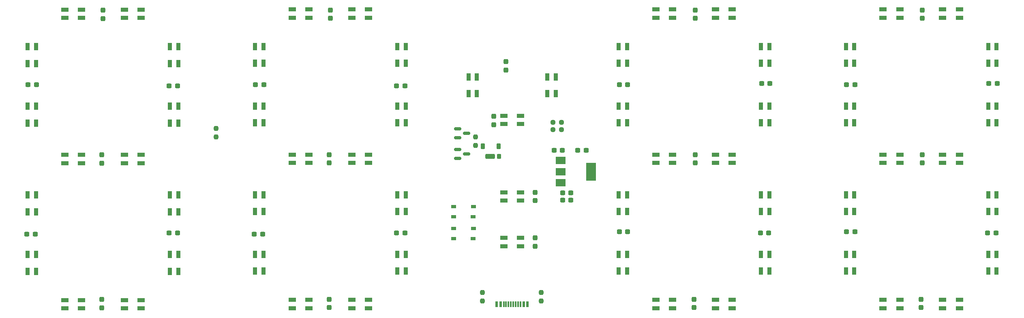
<source format=gbr>
%TF.GenerationSoftware,KiCad,Pcbnew,7.0.1*%
%TF.CreationDate,2023-07-22T19:51:59+09:00*%
%TF.ProjectId,gaming-clock,67616d69-6e67-42d6-936c-6f636b2e6b69,rev?*%
%TF.SameCoordinates,Original*%
%TF.FileFunction,Paste,Top*%
%TF.FilePolarity,Positive*%
%FSLAX46Y46*%
G04 Gerber Fmt 4.6, Leading zero omitted, Abs format (unit mm)*
G04 Created by KiCad (PCBNEW 7.0.1) date 2023-07-22 19:51:59*
%MOMM*%
%LPD*%
G01*
G04 APERTURE LIST*
G04 Aperture macros list*
%AMRoundRect*
0 Rectangle with rounded corners*
0 $1 Rounding radius*
0 $2 $3 $4 $5 $6 $7 $8 $9 X,Y pos of 4 corners*
0 Add a 4 corners polygon primitive as box body*
4,1,4,$2,$3,$4,$5,$6,$7,$8,$9,$2,$3,0*
0 Add four circle primitives for the rounded corners*
1,1,$1+$1,$2,$3*
1,1,$1+$1,$4,$5*
1,1,$1+$1,$6,$7*
1,1,$1+$1,$8,$9*
0 Add four rect primitives between the rounded corners*
20,1,$1+$1,$2,$3,$4,$5,0*
20,1,$1+$1,$4,$5,$6,$7,0*
20,1,$1+$1,$6,$7,$8,$9,0*
20,1,$1+$1,$8,$9,$2,$3,0*%
G04 Aperture macros list end*
%ADD10RoundRect,0.237500X-0.237500X0.250000X-0.237500X-0.250000X0.237500X-0.250000X0.237500X0.250000X0*%
%ADD11R,0.600000X1.240000*%
%ADD12R,0.300000X1.240000*%
%ADD13RoundRect,0.237500X0.300000X0.237500X-0.300000X0.237500X-0.300000X-0.237500X0.300000X-0.237500X0*%
%ADD14RoundRect,0.237500X0.237500X-0.300000X0.237500X0.300000X-0.237500X0.300000X-0.237500X-0.300000X0*%
%ADD15RoundRect,0.150000X-0.587500X-0.150000X0.587500X-0.150000X0.587500X0.150000X-0.587500X0.150000X0*%
%ADD16R,0.850000X1.600000*%
%ADD17RoundRect,0.237500X-0.237500X0.300000X-0.237500X-0.300000X0.237500X-0.300000X0.237500X0.300000X0*%
%ADD18R,1.600000X0.850000*%
%ADD19RoundRect,0.237500X-0.300000X-0.237500X0.300000X-0.237500X0.300000X0.237500X-0.300000X0.237500X0*%
%ADD20RoundRect,0.250000X0.750000X0.300000X-0.750000X0.300000X-0.750000X-0.300000X0.750000X-0.300000X0*%
%ADD21RoundRect,0.200000X0.200000X0.350000X-0.200000X0.350000X-0.200000X-0.350000X0.200000X-0.350000X0*%
%ADD22RoundRect,0.237500X0.237500X-0.250000X0.237500X0.250000X-0.237500X0.250000X-0.237500X-0.250000X0*%
%ADD23R,2.000000X1.500000*%
%ADD24R,2.000000X3.800000*%
%ADD25R,1.050000X0.650000*%
%ADD26RoundRect,0.237500X0.250000X0.237500X-0.250000X0.237500X-0.250000X-0.237500X0.250000X-0.237500X0*%
%ADD27RoundRect,0.225000X-0.225000X-0.375000X0.225000X-0.375000X0.225000X0.375000X-0.225000X0.375000X0*%
G04 APERTURE END LIST*
D10*
%TO.C,R2*%
X164592000Y-121642500D03*
X164592000Y-123467500D03*
%TD*%
%TO.C,R1*%
X176911000Y-121642500D03*
X176911000Y-123467500D03*
%TD*%
D11*
%TO.C,J1*%
X174015000Y-124121000D03*
X173215000Y-124121000D03*
D12*
X172565000Y-124121000D03*
X171565000Y-124121000D03*
X170065000Y-124121000D03*
X169065000Y-124121000D03*
D11*
X168415000Y-124121000D03*
X167615000Y-124121000D03*
X167615000Y-124121000D03*
X168415000Y-124121000D03*
D12*
X169565000Y-124121000D03*
X170565000Y-124121000D03*
X171065000Y-124121000D03*
X172065000Y-124121000D03*
D11*
X173215000Y-124121000D03*
X174015000Y-124121000D03*
%TD*%
D13*
%TO.C,C501*%
X71220500Y-109500500D03*
X69495500Y-109500500D03*
%TD*%
%TO.C,C302*%
X224396500Y-109220000D03*
X222671500Y-109220000D03*
%TD*%
D14*
%TO.C,C204*%
X256512000Y-64348500D03*
X256512000Y-62623500D03*
%TD*%
D15*
%TO.C,Q2*%
X159463500Y-87442000D03*
X159463500Y-89342000D03*
X161338500Y-88392000D03*
%TD*%
D16*
%TO.C,D401*%
X117108000Y-73759000D03*
X118858000Y-73759000D03*
X118858000Y-70259000D03*
X117108000Y-70259000D03*
%TD*%
%TO.C,D311*%
X193068000Y-117193000D03*
X194818000Y-117193000D03*
X194818000Y-113693000D03*
X193068000Y-113693000D03*
%TD*%
D13*
%TO.C,C507*%
X100938500Y-78512500D03*
X99213500Y-78512500D03*
%TD*%
D16*
%TO.C,D414*%
X146826000Y-117193000D03*
X148576000Y-117193000D03*
X148576000Y-113693000D03*
X146826000Y-113693000D03*
%TD*%
%TO.C,D214*%
X242274000Y-70245000D03*
X240524000Y-70245000D03*
X240524000Y-73745000D03*
X242274000Y-73745000D03*
%TD*%
%TO.C,D301*%
X224536000Y-113693000D03*
X222786000Y-113693000D03*
X222786000Y-117193000D03*
X224536000Y-117193000D03*
%TD*%
D13*
%TO.C,C202*%
X271852500Y-109206000D03*
X270127500Y-109206000D03*
%TD*%
D17*
%TO.C,C504*%
X85090000Y-123116000D03*
X85090000Y-124841000D03*
%TD*%
%TO.C,C505*%
X85344000Y-62664000D03*
X85344000Y-64389000D03*
%TD*%
D18*
%TO.C,D407*%
X124869000Y-123204000D03*
X124869000Y-124954000D03*
X128369000Y-124954000D03*
X128369000Y-123204000D03*
%TD*%
D16*
%TO.C,D501*%
X69610000Y-73785500D03*
X71360000Y-73785500D03*
X71360000Y-70285500D03*
X69610000Y-70285500D03*
%TD*%
%TO.C,D303*%
X222786000Y-86205000D03*
X224536000Y-86205000D03*
X224536000Y-82705000D03*
X222786000Y-82705000D03*
%TD*%
D18*
%TO.C,D409*%
X140815000Y-94601000D03*
X140815000Y-92851000D03*
X137315000Y-92851000D03*
X137315000Y-94601000D03*
%TD*%
D19*
%TO.C,C3*%
X184557500Y-91948000D03*
X186282500Y-91948000D03*
%TD*%
D20*
%TO.C,D6*%
X166228000Y-93218000D03*
D21*
X168128000Y-93218000D03*
%TD*%
D16*
%TO.C,D211*%
X240524000Y-117179000D03*
X242274000Y-117179000D03*
X242274000Y-113679000D03*
X240524000Y-113679000D03*
%TD*%
D22*
%TO.C,R4*%
X163195000Y-90955500D03*
X163195000Y-89130500D03*
%TD*%
D18*
%TO.C,D4*%
X169065000Y-100725000D03*
X169065000Y-102475000D03*
X172565000Y-102475000D03*
X172565000Y-100725000D03*
%TD*%
D16*
%TO.C,D302*%
X224536000Y-101247000D03*
X222786000Y-101247000D03*
X222786000Y-104747000D03*
X224536000Y-104747000D03*
%TD*%
D18*
%TO.C,D408*%
X137315000Y-62498000D03*
X137315000Y-64248000D03*
X140815000Y-64248000D03*
X140815000Y-62498000D03*
%TD*%
D23*
%TO.C,U2*%
X181000000Y-94093000D03*
X181000000Y-96393000D03*
X181000000Y-98693000D03*
D24*
X187300000Y-96393000D03*
%TD*%
D16*
%TO.C,D511*%
X101078000Y-70285500D03*
X99328000Y-70285500D03*
X99328000Y-73785500D03*
X101078000Y-73785500D03*
%TD*%
D13*
%TO.C,C306*%
X194932500Y-78232000D03*
X193207500Y-78232000D03*
%TD*%
D14*
%TO.C,C8*%
X167005000Y-86587500D03*
X167005000Y-84862500D03*
%TD*%
D15*
%TO.C,Q3*%
X159463500Y-91760000D03*
X159463500Y-93660000D03*
X161338500Y-92710000D03*
%TD*%
D19*
%TO.C,C1*%
X181382500Y-102362000D03*
X183107500Y-102362000D03*
%TD*%
D18*
%TO.C,D208*%
X251785000Y-124940000D03*
X251785000Y-123190000D03*
X248285000Y-123190000D03*
X248285000Y-124940000D03*
%TD*%
D25*
%TO.C,SW1*%
X158580000Y-108272000D03*
X162730000Y-108272000D03*
X158580000Y-110422000D03*
X162705000Y-110422000D03*
%TD*%
D18*
%TO.C,D206*%
X260731000Y-92837000D03*
X260731000Y-94587000D03*
X264231000Y-94587000D03*
X264231000Y-92837000D03*
%TD*%
D19*
%TO.C,C406*%
X146711500Y-109220000D03*
X148436500Y-109220000D03*
%TD*%
D16*
%TO.C,D512*%
X101078000Y-82731500D03*
X99328000Y-82731500D03*
X99328000Y-86231500D03*
X101078000Y-86231500D03*
%TD*%
%TO.C,D201*%
X271992000Y-113679000D03*
X270242000Y-113679000D03*
X270242000Y-117179000D03*
X271992000Y-117179000D03*
%TD*%
D19*
%TO.C,C502*%
X69749500Y-78258500D03*
X71474500Y-78258500D03*
%TD*%
D18*
%TO.C,D506*%
X80871000Y-94627500D03*
X80871000Y-92877500D03*
X77371000Y-92877500D03*
X77371000Y-94627500D03*
%TD*%
D26*
%TO.C,R5*%
X181149000Y-87630000D03*
X179324000Y-87630000D03*
%TD*%
D17*
%TO.C,C404*%
X132588000Y-123089500D03*
X132588000Y-124814500D03*
%TD*%
D18*
%TO.C,D308*%
X204329000Y-124954000D03*
X204329000Y-123204000D03*
X200829000Y-123204000D03*
X200829000Y-124954000D03*
%TD*%
D19*
%TO.C,C2*%
X181382500Y-100838000D03*
X183107500Y-100838000D03*
%TD*%
D18*
%TO.C,D307*%
X216775000Y-64248000D03*
X216775000Y-62498000D03*
X213275000Y-62498000D03*
X213275000Y-64248000D03*
%TD*%
%TO.C,D205*%
X264231000Y-124940000D03*
X264231000Y-123190000D03*
X260731000Y-123190000D03*
X260731000Y-124940000D03*
%TD*%
D16*
%TO.C,D403*%
X118858000Y-101247000D03*
X117108000Y-101247000D03*
X117108000Y-104747000D03*
X118858000Y-104747000D03*
%TD*%
D18*
%TO.C,D305*%
X216775000Y-124954000D03*
X216775000Y-123204000D03*
X213275000Y-123204000D03*
X213275000Y-124954000D03*
%TD*%
D16*
%TO.C,D312*%
X193068000Y-104747000D03*
X194818000Y-104747000D03*
X194818000Y-101247000D03*
X193068000Y-101247000D03*
%TD*%
%TO.C,D213*%
X242274000Y-82691000D03*
X240524000Y-82691000D03*
X240524000Y-86191000D03*
X242274000Y-86191000D03*
%TD*%
D14*
%TO.C,C305*%
X208802000Y-124814500D03*
X208802000Y-123089500D03*
%TD*%
D16*
%TO.C,D411*%
X148576000Y-70259000D03*
X146826000Y-70259000D03*
X146826000Y-73759000D03*
X148576000Y-73759000D03*
%TD*%
D18*
%TO.C,D507*%
X77371000Y-123230500D03*
X77371000Y-124980500D03*
X80871000Y-124980500D03*
X80871000Y-123230500D03*
%TD*%
D19*
%TO.C,C301*%
X222925500Y-77978000D03*
X224650500Y-77978000D03*
%TD*%
D16*
%TO.C,D314*%
X194818000Y-70259000D03*
X193068000Y-70259000D03*
X193068000Y-73759000D03*
X194818000Y-73759000D03*
%TD*%
D18*
%TO.C,D510*%
X89817000Y-123230500D03*
X89817000Y-124980500D03*
X93317000Y-124980500D03*
X93317000Y-123230500D03*
%TD*%
%TO.C,D209*%
X248285000Y-92837000D03*
X248285000Y-94587000D03*
X251785000Y-94587000D03*
X251785000Y-92837000D03*
%TD*%
D16*
%TO.C,D1*%
X161713000Y-80123000D03*
X163463000Y-80123000D03*
X163463000Y-76623000D03*
X161713000Y-76623000D03*
%TD*%
D17*
%TO.C,C405*%
X132842000Y-62637500D03*
X132842000Y-64362500D03*
%TD*%
D18*
%TO.C,D210*%
X251785000Y-64234000D03*
X251785000Y-62484000D03*
X248285000Y-62484000D03*
X248285000Y-64234000D03*
%TD*%
%TO.C,D3*%
X172565000Y-86473000D03*
X172565000Y-84723000D03*
X169065000Y-84723000D03*
X169065000Y-86473000D03*
%TD*%
D14*
%TO.C,C7*%
X169545000Y-75157500D03*
X169545000Y-73432500D03*
%TD*%
D25*
%TO.C,SW2*%
X158580000Y-103700000D03*
X162730000Y-103700000D03*
X158580000Y-105850000D03*
X162705000Y-105850000D03*
%TD*%
D14*
%TO.C,C205*%
X256258000Y-124800500D03*
X256258000Y-123075500D03*
%TD*%
D17*
%TO.C,C9*%
X175641000Y-100737500D03*
X175641000Y-102462500D03*
%TD*%
D16*
%TO.C,D203*%
X270242000Y-86191000D03*
X271992000Y-86191000D03*
X271992000Y-82691000D03*
X270242000Y-82691000D03*
%TD*%
D13*
%TO.C,C407*%
X148436500Y-78486000D03*
X146711500Y-78486000D03*
%TD*%
D19*
%TO.C,C201*%
X270381500Y-77964000D03*
X272106500Y-77964000D03*
%TD*%
D17*
%TO.C,C203*%
X256512000Y-92849500D03*
X256512000Y-94574500D03*
%TD*%
D19*
%TO.C,C506*%
X99213500Y-109246500D03*
X100938500Y-109246500D03*
%TD*%
D16*
%TO.C,D502*%
X69610000Y-86231500D03*
X71360000Y-86231500D03*
X71360000Y-82731500D03*
X69610000Y-82731500D03*
%TD*%
D18*
%TO.C,D309*%
X200829000Y-92851000D03*
X200829000Y-94601000D03*
X204329000Y-94601000D03*
X204329000Y-92851000D03*
%TD*%
D16*
%TO.C,D413*%
X146826000Y-104747000D03*
X148576000Y-104747000D03*
X148576000Y-101247000D03*
X146826000Y-101247000D03*
%TD*%
D18*
%TO.C,D5*%
X169065000Y-110250000D03*
X169065000Y-112000000D03*
X172565000Y-112000000D03*
X172565000Y-110250000D03*
%TD*%
D16*
%TO.C,D204*%
X270242000Y-73745000D03*
X271992000Y-73745000D03*
X271992000Y-70245000D03*
X270242000Y-70245000D03*
%TD*%
D17*
%TO.C,C303*%
X209056000Y-92863500D03*
X209056000Y-94588500D03*
%TD*%
D18*
%TO.C,D306*%
X213275000Y-92851000D03*
X213275000Y-94601000D03*
X216775000Y-94601000D03*
X216775000Y-92851000D03*
%TD*%
%TO.C,D410*%
X137315000Y-123204000D03*
X137315000Y-124954000D03*
X140815000Y-124954000D03*
X140815000Y-123204000D03*
%TD*%
%TO.C,D207*%
X264231000Y-64234000D03*
X264231000Y-62484000D03*
X260731000Y-62484000D03*
X260731000Y-64234000D03*
%TD*%
D16*
%TO.C,D503*%
X71360000Y-101273500D03*
X69610000Y-101273500D03*
X69610000Y-104773500D03*
X71360000Y-104773500D03*
%TD*%
D18*
%TO.C,D505*%
X77371000Y-62524500D03*
X77371000Y-64274500D03*
X80871000Y-64274500D03*
X80871000Y-62524500D03*
%TD*%
D13*
%TO.C,C206*%
X242388500Y-78218000D03*
X240663500Y-78218000D03*
%TD*%
D18*
%TO.C,D508*%
X89817000Y-62524500D03*
X89817000Y-64274500D03*
X93317000Y-64274500D03*
X93317000Y-62524500D03*
%TD*%
D19*
%TO.C,C307*%
X193207500Y-108966000D03*
X194932500Y-108966000D03*
%TD*%
D18*
%TO.C,D406*%
X128369000Y-94601000D03*
X128369000Y-92851000D03*
X124869000Y-92851000D03*
X124869000Y-94601000D03*
%TD*%
D16*
%TO.C,D304*%
X222786000Y-73759000D03*
X224536000Y-73759000D03*
X224536000Y-70259000D03*
X222786000Y-70259000D03*
%TD*%
D27*
%TO.C,D7*%
X164720000Y-91059000D03*
X168020000Y-91059000D03*
%TD*%
D16*
%TO.C,D313*%
X194818000Y-82705000D03*
X193068000Y-82705000D03*
X193068000Y-86205000D03*
X194818000Y-86205000D03*
%TD*%
D13*
%TO.C,C4*%
X181329500Y-91948000D03*
X179604500Y-91948000D03*
%TD*%
D18*
%TO.C,D310*%
X204329000Y-64248000D03*
X204329000Y-62498000D03*
X200829000Y-62498000D03*
X200829000Y-64248000D03*
%TD*%
D16*
%TO.C,D404*%
X118858000Y-113693000D03*
X117108000Y-113693000D03*
X117108000Y-117193000D03*
X118858000Y-117193000D03*
%TD*%
%TO.C,D412*%
X148576000Y-82705000D03*
X146826000Y-82705000D03*
X146826000Y-86205000D03*
X148576000Y-86205000D03*
%TD*%
%TO.C,D513*%
X99328000Y-104773500D03*
X101078000Y-104773500D03*
X101078000Y-101273500D03*
X99328000Y-101273500D03*
%TD*%
D14*
%TO.C,C403*%
X132588000Y-94588500D03*
X132588000Y-92863500D03*
%TD*%
D18*
%TO.C,D509*%
X93317000Y-94627500D03*
X93317000Y-92877500D03*
X89817000Y-92877500D03*
X89817000Y-94627500D03*
%TD*%
D16*
%TO.C,D514*%
X99328000Y-117219500D03*
X101078000Y-117219500D03*
X101078000Y-113719500D03*
X99328000Y-113719500D03*
%TD*%
D14*
%TO.C,C304*%
X209056000Y-64362500D03*
X209056000Y-62637500D03*
%TD*%
D16*
%TO.C,D402*%
X117108000Y-86205000D03*
X118858000Y-86205000D03*
X118858000Y-82705000D03*
X117108000Y-82705000D03*
%TD*%
D19*
%TO.C,C402*%
X117247500Y-78232000D03*
X118972500Y-78232000D03*
%TD*%
D16*
%TO.C,D202*%
X271992000Y-101233000D03*
X270242000Y-101233000D03*
X270242000Y-104733000D03*
X271992000Y-104733000D03*
%TD*%
D13*
%TO.C,C401*%
X118718500Y-109474000D03*
X116993500Y-109474000D03*
%TD*%
D16*
%TO.C,D2*%
X178195000Y-80109000D03*
X179945000Y-80109000D03*
X179945000Y-76609000D03*
X178195000Y-76609000D03*
%TD*%
D17*
%TO.C,C10*%
X175641000Y-110262500D03*
X175641000Y-111987500D03*
%TD*%
D18*
%TO.C,D405*%
X124869000Y-62498000D03*
X124869000Y-64248000D03*
X128369000Y-64248000D03*
X128369000Y-62498000D03*
%TD*%
D26*
%TO.C,R6*%
X181149000Y-86106000D03*
X179324000Y-86106000D03*
%TD*%
D16*
%TO.C,D212*%
X240524000Y-104733000D03*
X242274000Y-104733000D03*
X242274000Y-101233000D03*
X240524000Y-101233000D03*
%TD*%
D19*
%TO.C,C207*%
X240663500Y-108952000D03*
X242388500Y-108952000D03*
%TD*%
D16*
%TO.C,D504*%
X71360000Y-113719500D03*
X69610000Y-113719500D03*
X69610000Y-117219500D03*
X71360000Y-117219500D03*
%TD*%
D14*
%TO.C,C503*%
X85090000Y-94615000D03*
X85090000Y-92890000D03*
%TD*%
D10*
%TO.C,R3*%
X108966000Y-87352500D03*
X108966000Y-89177500D03*
%TD*%
M02*

</source>
